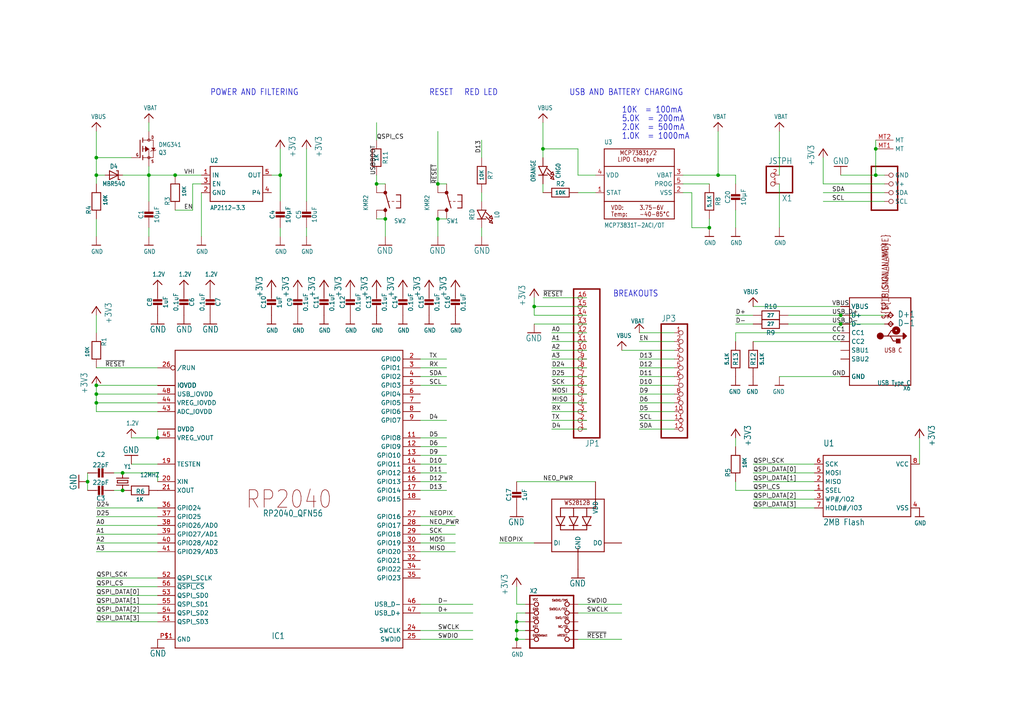
<source format=kicad_sch>
(kicad_sch (version 20230121) (generator eeschema)
  (paper "A4")
  (title_block (title "Feather RP2040") (rev "[2]"))
  (junction (at 43.18 50.8))
  (junction (at 35.56 142.24))
  (junction (at 254 50.8))
  (junction (at 27.94 111.76))
  (junction (at 205.74 66.04))
  (junction (at 25.4 139.7))
  (junction (at 50.8 50.8))
  (junction (at 154.94 88.9))
  (junction (at 254 43.18))
  (junction (at 27.94 114.3))
  (junction (at 111.76 63.5))
  (junction (at 27.94 50.8))
  (junction (at 35.56 137.16))
  (junction (at 127 63.5))
  (junction (at 81.28 50.8))
  (junction (at 149.86 185.42))
  (junction (at 208.28 50.8))
  (junction (at 243.84 91.44))
  (junction (at 149.86 180.34))
  (junction (at 45.72 127))
  (junction (at 243.84 93.98))
  (junction (at 27.94 116.84))
  (junction (at 127 53.34))
  (junction (at 157.48 43.18))
  (junction (at 109.22 53.34))
  (junction (at 149.86 182.88))
  (junction (at 27.94 45.72))
  (wire (pts (xy 45.72 137.16) (xy 45.72 139.7)) (stroke (width 0.1524)))
  (wire (pts (xy 205.74 63.5) (xy 205.74 66.04)) (stroke (width 0.1524)))
  (wire (pts (xy 149.86 175.26) (xy 149.86 170.18)) (stroke (width 0.1524)))
  (wire (pts (xy 81.28 50.8) (xy 81.28 43.18)) (stroke (width 0.1524)))
  (wire (pts (xy 27.94 114.3) (xy 27.94 111.76)) (stroke (width 0.1524)))
  (wire (pts (xy 254 50.8) (xy 254 43.18)) (stroke (width 0.1524)))
  (wire (pts (xy 27.94 175.26) (xy 45.72 175.26)) (stroke (width 0.1524)))
  (wire (pts (xy 170.18 93.98) (xy 154.94 93.98)) (stroke (width 0.1524)))
  (wire (pts (xy 88.9 66.04) (xy 88.9 68.58)) (stroke (width 0.1524)))
  (wire (pts (xy 218.44 137.16) (xy 236.22 137.16)) (stroke (width 0.1524)))
  (wire (pts (xy 243.84 91.44) (xy 228.6 91.44)) (stroke (width 0.1524)))
  (wire (pts (xy 109.22 63.5) (xy 111.76 63.5)) (stroke (width 0.1524)))
  (wire (pts (xy 170.18 96.52) (xy 160.02 96.52)) (stroke (width 0.1524)))
  (wire (pts (xy 243.84 99.06) (xy 218.44 99.06)) (stroke (width 0.1524)))
  (wire (pts (xy 236.22 139.7) (xy 218.44 139.7)) (stroke (width 0.1524)))
  (wire (pts (xy 35.56 50.8) (xy 43.18 50.8)) (stroke (width 0.1524)))
  (wire (pts (xy 243.84 96.52) (xy 213.36 96.52)) (stroke (width 0.1524)))
  (wire (pts (xy 121.92 175.26) (xy 137.16 175.26)) (stroke (width 0.1524)))
  (wire (pts (xy 58.42 55.88) (xy 58.42 68.58)) (stroke (width 0.1524)))
  (wire (pts (xy 121.92 129.54) (xy 129.54 129.54)) (stroke (width 0.1524)))
  (wire (pts (xy 27.94 172.72) (xy 45.72 172.72)) (stroke (width 0.1524)))
  (wire (pts (xy 195.58 121.92) (xy 185.42 121.92)) (stroke (width 0.1524)))
  (wire (pts (xy 81.28 66.04) (xy 81.28 68.58)) (stroke (width 0.1524)))
  (wire (pts (xy 45.72 111.76) (xy 27.94 111.76)) (stroke (width 0.1524)))
  (wire (pts (xy 254 50.8) (xy 243.84 50.8)) (stroke (width 0.1524)))
  (wire (pts (xy 121.92 154.94) (xy 132.08 154.94)) (stroke (width 0.1524)))
  (wire (pts (xy 213.36 50.8) (xy 208.28 50.8)) (stroke (width 0.1524)))
  (wire (pts (xy 149.86 177.8) (xy 149.86 180.34)) (stroke (width 0.1524)))
  (wire (pts (xy 243.84 91.44) (xy 256.54 91.44)) (stroke (width 0.1524)))
  (wire (pts (xy 185.42 111.76) (xy 195.58 111.76)) (stroke (width 0.1524)))
  (wire (pts (xy 25.4 142.24) (xy 25.4 139.7)) (stroke (width 0.1524)))
  (wire (pts (xy 149.86 180.34) (xy 152.4 180.34)) (stroke (width 0.1524)))
  (wire (pts (xy 35.56 137.16) (xy 33.02 137.16)) (stroke (width 0.1524)))
  (wire (pts (xy 121.92 157.48) (xy 132.08 157.48)) (stroke (width 0.1524)))
  (wire (pts (xy 180.34 177.8) (xy 167.64 177.8)) (stroke (width 0.1524)))
  (wire (pts (xy 81.28 58.42) (xy 81.28 50.8)) (stroke (width 0.1524)))
  (wire (pts (xy 185.42 106.68) (xy 195.58 106.68)) (stroke (width 0.1524)))
  (wire (pts (xy 27.94 154.94) (xy 45.72 154.94)) (stroke (width 0.1524)))
  (wire (pts (xy 170.18 111.76) (xy 160.02 111.76)) (stroke (width 0.1524)))
  (wire (pts (xy 137.16 182.88) (xy 121.92 182.88)) (stroke (width 0.1524)))
  (wire (pts (xy 160.02 104.14) (xy 170.18 104.14)) (stroke (width 0.1524)))
  (wire (pts (xy 213.36 139.7) (xy 213.36 142.24)) (stroke (width 0.1524)))
  (wire (pts (xy 157.48 45.72) (xy 157.48 43.18)) (stroke (width 0.1524)))
  (wire (pts (xy 33.02 142.24) (xy 35.56 142.24)) (stroke (width 0.1524)))
  (wire (pts (xy 109.22 53.34) (xy 109.22 50.8)) (stroke (width 0.1524)))
  (wire (pts (xy 121.92 132.08) (xy 129.54 132.08)) (stroke (width 0.1524)))
  (wire (pts (xy 121.92 177.8) (xy 137.16 177.8)) (stroke (width 0.1524)))
  (wire (pts (xy 152.4 185.42) (xy 149.86 185.42)) (stroke (width 0.1524)))
  (wire (pts (xy 45.72 167.64) (xy 27.94 167.64)) (stroke (width 0.1524)))
  (wire (pts (xy 238.76 53.34) (xy 238.76 45.72)) (stroke (width 0.1524)))
  (wire (pts (xy 139.7 66.04) (xy 139.7 68.58)) (stroke (width 0.1524)))
  (wire (pts (xy 149.86 180.34) (xy 149.86 182.88)) (stroke (width 0.1524)))
  (wire (pts (xy 157.48 53.34) (xy 157.48 55.88)) (stroke (width 0.1524)))
  (wire (pts (xy 238.76 58.42) (xy 256.54 58.42)) (stroke (width 0.1524)))
  (wire (pts (xy 226.06 66.04) (xy 226.06 53.34)) (stroke (width 0.1524)))
  (wire (pts (xy 170.18 101.6) (xy 160.02 101.6)) (stroke (width 0.1524)))
  (wire (pts (xy 50.8 50.8) (xy 43.18 50.8)) (stroke (width 0.1524)))
  (wire (pts (xy 27.94 147.32) (xy 45.72 147.32)) (stroke (width 0.1524)))
  (wire (pts (xy 167.64 43.18) (xy 167.64 50.8)) (stroke (width 0.1524)))
  (wire (pts (xy 256.54 55.88) (xy 238.76 55.88)) (stroke (width 0.1524)))
  (wire (pts (xy 129.54 106.68) (xy 121.92 106.68)) (stroke (width 0.1524)))
  (wire (pts (xy 152.4 175.26) (xy 149.86 175.26)) (stroke (width 0.1524)))
  (wire (pts (xy 167.64 55.88) (xy 172.72 55.88)) (stroke (width 0.1524)))
  (wire (pts (xy 45.72 116.84) (xy 27.94 116.84)) (stroke (width 0.1524)))
  (wire (pts (xy 121.92 121.92) (xy 129.54 121.92)) (stroke (width 0.1524)))
  (wire (pts (xy 121.92 109.22) (xy 129.54 109.22)) (stroke (width 0.1524)))
  (wire (pts (xy 170.18 114.3) (xy 160.02 114.3)) (stroke (width 0.1524)))
  (wire (pts (xy 45.72 114.3) (xy 27.94 114.3)) (stroke (width 0.1524)))
  (wire (pts (xy 213.36 142.24) (xy 236.22 142.24)) (stroke (width 0.1524)))
  (wire (pts (xy 45.72 124.46) (xy 45.72 127)) (stroke (width 0.1524)))
  (wire (pts (xy 167.64 175.26) (xy 180.34 175.26)) (stroke (width 0.1524)))
  (wire (pts (xy 149.86 182.88) (xy 152.4 182.88)) (stroke (width 0.1524)))
  (wire (pts (xy 213.36 96.52) (xy 213.36 99.06)) (stroke (width 0.1524)))
  (wire (pts (xy 121.92 152.4) (xy 132.08 152.4)) (stroke (width 0.1524)))
  (wire (pts (xy 198.12 53.34) (xy 205.74 53.34)) (stroke (width 0.1524)))
  (wire (pts (xy 160.02 124.46) (xy 170.18 124.46)) (stroke (width 0.1524)))
  (wire (pts (xy 154.94 157.48) (xy 144.78 157.48)) (stroke (width 0.1524)))
  (wire (pts (xy 55.88 53.34) (xy 58.42 53.34)) (stroke (width 0.1524)))
  (wire (pts (xy 218.44 147.32) (xy 236.22 147.32)) (stroke (width 0.1524)))
  (wire (pts (xy 195.58 114.3) (xy 185.42 114.3)) (stroke (width 0.1524)))
  (wire (pts (xy 213.36 93.98) (xy 218.44 93.98)) (stroke (width 0.1524)))
  (wire (pts (xy 208.28 38.1) (xy 208.28 50.8)) (stroke (width 0.1524)))
  (wire (pts (xy 27.94 50.8) (xy 27.94 45.72)) (stroke (width 0.1524)))
  (wire (pts (xy 121.92 160.02) (xy 132.08 160.02)) (stroke (width 0.1524)))
  (wire (pts (xy 236.22 134.62) (xy 218.44 134.62)) (stroke (width 0.1524)))
  (wire (pts (xy 218.44 88.9) (xy 243.84 88.9)) (stroke (width 0.1524)))
  (wire (pts (xy 243.84 93.98) (xy 256.54 93.98)) (stroke (width 0.1524)))
  (wire (pts (xy 43.18 48.26) (xy 43.18 50.8)) (stroke (width 0.1524)))
  (wire (pts (xy 121.92 142.24) (xy 129.54 142.24)) (stroke (width 0.1524)))
  (wire (pts (xy 45.72 134.62) (xy 38.1 134.62)) (stroke (width 0.1524)))
  (wire (pts (xy 27.94 45.72) (xy 27.94 38.1)) (stroke (width 0.1524)))
  (wire (pts (xy 43.18 35.56) (xy 43.18 38.1)) (stroke (width 0.1524)))
  (wire (pts (xy 195.58 119.38) (xy 185.42 119.38)) (stroke (width 0.1524)))
  (wire (pts (xy 27.94 68.58) (xy 27.94 63.5)) (stroke (width 0.1524)))
  (wire (pts (xy 27.94 180.34) (xy 45.72 180.34)) (stroke (width 0.1524)))
  (wire (pts (xy 127 68.58) (xy 127 63.5)) (stroke (width 0.1524)))
  (wire (pts (xy 139.7 45.72) (xy 139.7 40.64)) (stroke (width 0.1524)))
  (wire (pts (xy 121.92 104.14) (xy 129.54 104.14)) (stroke (width 0.1524)))
  (wire (pts (xy 121.92 149.86) (xy 132.08 149.86)) (stroke (width 0.1524)))
  (wire (pts (xy 88.9 58.42) (xy 88.9 43.18)) (stroke (width 0.1524)))
  (wire (pts (xy 25.4 139.7) (xy 25.4 137.16)) (stroke (width 0.1524)))
  (wire (pts (xy 27.94 119.38) (xy 27.94 116.84)) (stroke (width 0.1524)))
  (wire (pts (xy 139.7 55.88) (xy 139.7 58.42)) (stroke (width 0.1524)))
  (wire (pts (xy 157.48 43.18) (xy 167.64 43.18)) (stroke (width 0.1524)))
  (wire (pts (xy 27.94 177.8) (xy 45.72 177.8)) (stroke (width 0.1524)))
  (wire (pts (xy 121.92 139.7) (xy 129.54 139.7)) (stroke (width 0.1524)))
  (wire (pts (xy 195.58 109.22) (xy 185.42 109.22)) (stroke (width 0.1524)))
  (wire (pts (xy 45.72 106.68) (xy 27.94 106.68)) (stroke (width 0.1524)))
  (wire (pts (xy 254 43.18) (xy 254 40.64)) (stroke (width 0.1524)))
  (wire (pts (xy 27.94 116.84) (xy 27.94 114.3)) (stroke (width 0.1524)))
  (wire (pts (xy 27.94 91.44) (xy 27.94 96.52)) (stroke (width 0.1524)))
  (wire (pts (xy 185.42 116.84) (xy 195.58 116.84)) (stroke (width 0.1524)))
  (wire (pts (xy 127 53.34) (xy 129.54 53.34)) (stroke (width 0.1524)))
  (wire (pts (xy 226.06 109.22) (xy 243.84 109.22)) (stroke (width 0.1524)))
  (wire (pts (xy 195.58 104.14) (xy 185.42 104.14)) (stroke (width 0.1524)))
  (wire (pts (xy 256.54 53.34) (xy 238.76 53.34)) (stroke (width 0.1524)))
  (wire (pts (xy 167.64 185.42) (xy 180.34 185.42)) (stroke (width 0.1524)))
  (wire (pts (xy 27.94 53.34) (xy 27.94 50.8)) (stroke (width 0.1524)))
  (wire (pts (xy 200.66 66.04) (xy 205.74 66.04)) (stroke (width 0.1524)))
  (wire (pts (xy 198.12 55.88) (xy 200.66 55.88)) (stroke (width 0.1524)))
  (wire (pts (xy 43.18 66.04) (xy 43.18 68.58)) (stroke (width 0.1524)))
  (wire (pts (xy 160.02 121.92) (xy 170.18 121.92)) (stroke (width 0.1524)))
  (wire (pts (xy 172.72 139.7) (xy 149.86 139.7)) (stroke (width 0.1524)))
  (wire (pts (xy 170.18 91.44) (xy 154.94 91.44)) (stroke (width 0.1524)))
  (wire (pts (xy 58.42 50.8) (xy 50.8 50.8)) (stroke (width 0.1524)))
  (wire (pts (xy 213.36 53.34) (xy 213.36 50.8)) (stroke (width 0.1524)))
  (wire (pts (xy 45.72 119.38) (xy 27.94 119.38)) (stroke (width 0.1524)))
  (wire (pts (xy 109.22 40.64) (xy 109.22 35.56)) (stroke (width 0.1524)))
  (wire (pts (xy 208.28 50.8) (xy 198.12 50.8)) (stroke (width 0.1524)))
  (wire (pts (xy 213.36 127) (xy 213.36 129.54)) (stroke (width 0.1524)))
  (wire (pts (xy 121.92 185.42) (xy 137.16 185.42)) (stroke (width 0.1524)))
  (wire (pts (xy 226.06 38.1) (xy 226.06 50.8)) (stroke (width 0.1524)))
  (wire (pts (xy 121.92 111.76) (xy 129.54 111.76)) (stroke (width 0.1524)))
  (wire (pts (xy 55.88 60.96) (xy 55.88 53.34)) (stroke (width 0.1524)))
  (wire (pts (xy 154.94 86.36) (xy 154.94 88.9)) (stroke (width 0.1524)))
  (wire (pts (xy 38.1 45.72) (xy 27.94 45.72)) (stroke (width 0.1524)))
  (wire (pts (xy 30.48 50.8) (xy 27.94 50.8)) (stroke (width 0.1524)))
  (wire (pts (xy 45.72 170.18) (xy 27.94 170.18)) (stroke (width 0.1524)))
  (wire (pts (xy 167.64 50.8) (xy 172.72 50.8)) (stroke (width 0.1524)))
  (wire (pts (xy 185.42 96.52) (xy 195.58 96.52)) (stroke (width 0.1524)))
  (wire (pts (xy 45.72 152.4) (xy 27.94 152.4)) (stroke (width 0.1524)))
  (wire (pts (xy 27.94 160.02) (xy 45.72 160.02)) (stroke (width 0.1524)))
  (wire (pts (xy 228.6 93.98) (xy 243.84 93.98)) (stroke (width 0.1524)))
  (wire (pts (xy 195.58 101.6) (xy 180.34 101.6)) (stroke (width 0.1524)))
  (wire (pts (xy 78.74 50.8) (xy 81.28 50.8)) (stroke (width 0.1524)))
  (wire (pts (xy 152.4 177.8) (xy 149.86 177.8)) (stroke (width 0.1524)))
  (wire (pts (xy 256.54 50.8) (xy 254 50.8)) (stroke (width 0.1524)))
  (wire (pts (xy 154.94 88.9) (xy 170.18 88.9)) (stroke (width 0.1524)))
  (wire (pts (xy 170.18 106.68) (xy 160.02 106.68)) (stroke (width 0.1524)))
  (wire (pts (xy 170.18 86.36) (xy 157.48 86.36)) (stroke (width 0.1524)))
  (wire (pts (xy 35.56 137.16) (xy 45.72 137.16)) (stroke (width 0.1524)))
  (wire (pts (xy 213.36 60.96) (xy 213.36 66.04)) (stroke (width 0.1524)))
  (wire (pts (xy 160.02 99.06) (xy 170.18 99.06)) (stroke (width 0.1524)))
  (wire (pts (xy 185.42 124.46) (xy 195.58 124.46)) (stroke (width 0.1524)))
  (wire (pts (xy 45.72 157.48) (xy 27.94 157.48)) (stroke (width 0.1524)))
  (wire (pts (xy 185.42 99.06) (xy 195.58 99.06)) (stroke (width 0.1524)))
  (wire (pts (xy 111.76 53.34) (xy 109.22 53.34)) (stroke (width 0.1524)))
  (wire (pts (xy 200.66 55.88) (xy 200.66 66.04)) (stroke (width 0.1524)))
  (wire (pts (xy 127 38.1) (xy 127 53.34)) (stroke (width 0.1524)))
  (wire (pts (xy 160.02 116.84) (xy 170.18 116.84)) (stroke (width 0.1524)))
  (wire (pts (xy 111.76 63.5) (xy 111.76 68.58)) (stroke (width 0.1524)))
  (wire (pts (xy 121.92 127) (xy 129.54 127)) (stroke (width 0.1524)))
  (wire (pts (xy 218.44 91.44) (xy 213.36 91.44)) (stroke (width 0.1524)))
  (wire (pts (xy 45.72 149.86) (xy 27.94 149.86)) (stroke (width 0.1524)))
  (wire (pts (xy 154.94 91.44) (xy 154.94 88.9)) (stroke (width 0.1524)))
  (wire (pts (xy 266.7 127) (xy 266.7 134.62)) (stroke (width 0.1524)))
  (wire (pts (xy 129.54 63.5) (xy 127 63.5)) (stroke (width 0.1524)))
  (wire (pts (xy 149.86 185.42) (xy 149.86 182.88)) (stroke (width 0.1524)))
  (wire (pts (xy 43.18 50.8) (xy 43.18 58.42)) (stroke (width 0.1524)))
  (wire (pts (xy 160.02 109.22) (xy 170.18 109.22)) (stroke (width 0.1524)))
  (wire (pts (xy 170.18 119.38) (xy 160.02 119.38)) (stroke (width 0.1524)))
  (wire (pts (xy 121.92 137.16) (xy 129.54 137.16)) (stroke (width 0.1524)))
  (wire (pts (xy 157.48 35.56) (xy 157.48 43.18)) (stroke (width 0.1524)))
  (wire (pts (xy 50.8 60.96) (xy 55.88 60.96)) (stroke (width 0.1524)))
  (wire (pts (xy 38.1 127) (xy 45.72 127)) (stroke (width 0.1524)))
  (wire (pts (xy 236.22 144.78) (xy 218.44 144.78)) (stroke (width 0.1524)))
  (wire (pts (xy 121.92 134.62) (xy 129.54 134.62)) (stroke (width 0.1524)))
  (text "USB AND BATTERY CHARGING" (at 165.1 27.94 0) (effects (font (size 1.778 1.5113)) (justify left bottom)))
  (text "BREAKOUTS" (at 177.8 86.36 0) (effects (font (size 1.778 1.5113)) (justify left bottom)))
  (text "1.0K  = 1000mA" (at 180.34 40.64 0) (effects (font (size 1.778 1.5113)) (justify left bottom)))
  (text "5.0K  = 200mA" (at 180.34 35.56 0) (effects (font (size 1.778 1.5113)) (justify left bottom)))
  (text "RESET" (at 124.46 27.94 0) (effects (font (size 1.778 1.5113)) (justify left bottom)))
  (text "POWER AND FILTERING" (at 60.96 27.94 0) (effects (font (size 1.778 1.5113)) (justify left bottom)))
  (text "2.0K  = 500mA" (at 180.34 38.1 0) (effects (font (size 1.778 1.5113)) (justify left bottom)))
  (text "10K  = 100mA" (at 180.34 33.02 0) (effects (font (size 1.778 1.5113)) (justify left bottom)))
  (text "RED LED" (at 134.62 27.94 0) (effects (font (size 1.778 1.5113)) (justify left bottom)))
  (label "A3" (at 27.94 160.02 0) (effects (font (size 1.2446 1.2446))))
  (label "D5" (at 185.42 119.38 0) (effects (font (size 1.2446 1.2446))))
  (label "D6" (at 124.46 129.54 0) (effects (font (size 1.2446 1.2446))))
  (label "D24" (at 27.94 147.32 0) (effects (font (size 1.2446 1.2446))))
  (label "CC1" (at 241.3 96.52 0) (effects (font (size 1.2446 1.2446))))
  (label "QSPI_CS" (at 218.44 142.24 0) (effects (font (size 1.2446 1.2446))))
  (label "D10" (at 124.46 134.62 0) (effects (font (size 1.2446 1.2446))))
  (label "USB_D-" (at 241.3 93.98 0) (effects (font (size 1.2446 1.2446))))
  (label "SCK" (at 124.46 154.94 0) (effects (font (size 1.2446 1.2446))))
  (label "A1" (at 160.02 99.06 0) (effects (font (size 1.2446 1.2446))))
  (label "QSPI_SCK" (at 218.44 134.62 0) (effects (font (size 1.2446 1.2446))))
  (label "MISO" (at 124.46 160.02 0) (effects (font (size 1.2446 1.2446))))
  (label "SWDIO" (at 170.18 175.26 0) (effects (font (size 1.2446 1.2446))))
  (label "SDA" (at 185.42 124.46 0) (effects (font (size 1.2446 1.2446))))
  (label "D11" (at 124.46 137.16 0) (effects (font (size 1.2446 1.2446))))
  (label "MOSI" (at 124.46 157.48 0) (effects (font (size 1.2446 1.2446))))
  (label "MISO" (at 160.02 116.84 0) (effects (font (size 1.2446 1.2446))))
  (label "D-" (at 213.36 93.98 0) (effects (font (size 1.2446 1.2446))))
  (label "VBUS" (at 241.3 88.9 0) (effects (font (size 1.2446 1.2446))))
  (label "SDA" (at 241.3 55.88 0) (effects (font (size 1.2446 1.2446))))
  (label "A2" (at 160.02 101.6 0) (effects (font (size 1.2446 1.2446))))
  (label "QSPI_DATA[1]" (at 218.44 139.7 0) (effects (font (size 1.2446 1.2446))))
  (label "QSPI_DATA[3]" (at 27.94 180.34 0) (effects (font (size 1.2446 1.2446))))
  (label "A0" (at 160.02 96.52 0) (effects (font (size 1.2446 1.2446))))
  (label "~{RESET}" (at 30.48 106.68 0) (effects (font (size 1.2446 1.2446))))
  (label "D9" (at 124.46 132.08 0) (effects (font (size 1.2446 1.2446))))
  (label "A1" (at 27.94 154.94 0) (effects (font (size 1.2446 1.2446))))
  (label "QSPI_CS" (at 27.94 170.18 0) (effects (font (size 1.2446 1.2446))))
  (label "NEO_PWR" (at 124.46 152.4 0) (effects (font (size 1.2446 1.2446))))
  (label "SWDIO" (at 127 185.42 0) (effects (font (size 1.2446 1.2446))))
  (label "A3" (at 160.02 104.14 0) (effects (font (size 1.2446 1.2446))))
  (label "D24" (at 160.02 106.68 0) (effects (font (size 1.2446 1.2446))))
  (label "EN" (at 53.34 60.96 0) (effects (font (size 1.2446 1.2446))))
  (label "SCL" (at 124.46 111.76 0) (effects (font (size 1.2446 1.2446))))
  (label "SCK" (at 160.02 111.76 0) (effects (font (size 1.2446 1.2446))))
  (label "CC2" (at 241.3 99.06 0) (effects (font (size 1.2446 1.2446))))
  (label "GND" (at 241.3 109.22 0) (effects (font (size 1.2446 1.2446))))
  (label "RX" (at 124.46 106.68 0) (effects (font (size 1.2446 1.2446))))
  (label "QSPI_DATA[1]" (at 27.94 175.26 0) (effects (font (size 1.2446 1.2446))))
  (label "~{RESET}" (at 170.18 185.42 0) (effects (font (size 1.2446 1.2446))))
  (label "D4" (at 124.46 121.92 0) (effects (font (size 1.2446 1.2446))))
  (label "SDA" (at 124.46 109.22 0) (effects (font (size 1.2446 1.2446))))
  (label "D10" (at 185.42 111.76 0) (effects (font (size 1.2446 1.2446))))
  (label "A2" (at 27.94 157.48 0) (effects (font (size 1.2446 1.2446))))
  (label "D-" (at 127 175.26 0) (effects (font (size 1.2446 1.2446))))
  (label "D13" (at 185.42 104.14 0) (effects (font (size 1.2446 1.2446))))
  (label "MOSI" (at 160.02 114.3 0) (effects (font (size 1.2446 1.2446))))
  (label "QSPI_DATA[2]" (at 27.94 177.8 0) (effects (font (size 1.2446 1.2446))))
  (label "D4" (at 160.02 124.46 0) (effects (font (size 1.2446 1.2446))))
  (label "D13" (at 139.7 40.64 270) (effects (font (size 1.2446 1.2446))))
  (label "D+" (at 127 177.8 0) (effects (font (size 1.2446 1.2446))))
  (label "D9" (at 185.42 114.3 0) (effects (font (size 1.2446 1.2446))))
  (label "SWCLK" (at 170.18 177.8 0) (effects (font (size 1.2446 1.2446))))
  (label "VHI" (at 53.34 50.8 0) (effects (font (size 1.2446 1.2446))))
  (label "D13" (at 124.46 142.24 0) (effects (font (size 1.2446 1.2446))))
  (label "QSPI_SCK" (at 27.94 167.64 0) (effects (font (size 1.2446 1.2446))))
  (label "EN" (at 185.42 99.06 0) (effects (font (size 1.2446 1.2446))))
  (label "TX" (at 160.02 121.92 0) (effects (font (size 1.2446 1.2446))))
  (label "RX" (at 160.02 119.38 0) (effects (font (size 1.2446 1.2446))))
  (label "~{RESET}" (at 157.48 86.36 0) (effects (font (size 1.2446 1.2446))))
  (label "SCL" (at 185.42 121.92 0) (effects (font (size 1.2446 1.2446))))
  (label "~{RESET}" (at 127 53.34 90) (effects (font (size 1.2446 1.2446))))
  (label "SCL" (at 241.3 58.42 0) (effects (font (size 1.2446 1.2446))))
  (label "D12" (at 124.46 139.7 0) (effects (font (size 1.2446 1.2446))))
  (label "QSPI_DATA[0]" (at 27.94 172.72 0) (effects (font (size 1.2446 1.2446))))
  (label "NEO_PWR" (at 157.48 139.7 0) (effects (font (size 1.2446 1.2446))))
  (label "D5" (at 124.46 127 0) (effects (font (size 1.2446 1.2446))))
  (label "QSPI_DATA[2]" (at 218.44 144.78 0) (effects (font (size 1.2446 1.2446))))
  (label "SWCLK" (at 127 182.88 0) (effects (font (size 1.2446 1.2446))))
  (label "QSPI_DATA[3]" (at 218.44 147.32 0) (effects (font (size 1.2446 1.2446))))
  (label "NEOPIX" (at 124.46 149.86 0) (effects (font (size 1.2446 1.2446))))
  (label "TX" (at 124.46 104.14 0) (effects (font (size 1.2446 1.2446))))
  (label "D25" (at 160.02 109.22 0) (effects (font (size 1.2446 1.2446))))
  (label "NEOPIX" (at 144.78 157.48 0) (effects (font (size 1.2446 1.2446))))
  (label "QSPI_CS" (at 109.22 40.64 0) (effects (font (size 1.2446 1.2446))))
  (label "D25" (at 27.94 149.86 0) (effects (font (size 1.2446 1.2446))))
  (label "QSPI_DATA[0]" (at 218.44 137.16 0) (effects (font (size 1.2446 1.2446))))
  (label "A0" (at 27.94 152.4 0) (effects (font (size 1.2446 1.2446))))
  (label "D+" (at 213.36 91.44 0) (effects (font (size 1.2446 1.2446))))
  (label "D11" (at 185.42 109.22 0) (effects (font (size 1.2446 1.2446))))
  (label "USBBOOT" (at 109.22 50.8 90) (effects (font (size 1.2446 1.2446))))
  (label "D6" (at 185.42 116.84 0) (effects (font (size 1.2446 1.2446))))
  (label "USB_D+" (at 241.3 91.44 0) (effects (font (size 1.2446 1.2446))))
  (label "D12" (at 185.42 106.68 0) (effects (font (size 1.2446 1.2446))))
  (symbol (lib_id "Adafruit Feather RP2040 rev B-eagle-import:RESISTOR_0603_NOOUT") (at 213.36 104.14 270) (mirror x) (unit 1)
    (property "Reference" "R13" (at 213.36 104.14 0))
    (property "Value" "5.1K" (at 210.82 104.14 0) (effects (font (size 1.016 1.016) bold)))
    (property "Footprint" "Adafruit Feather RP2040 rev B:0603-NO" (effects hide))
  )
  (symbol (lib_id "Adafruit Feather RP2040 rev B-eagle-import:GND") (at 213.36 68.58 0) (unit 1)
    (property "Reference" "#U$33" (effects hide))
    (property "Value" "GND" (at 211.836 71.12 0) (effects (font (size 1.27 1.0795)) (justify left bottom)))
  )
  (symbol (lib_id "Adafruit Feather RP2040 rev B-eagle-import:supply1_GND") (at 243.84 48.26 180) (unit 1)
    (property "Reference" "#GND3" (effects hide))
    (property "Value" "GND" (at 246.38 45.72 0) (effects (font (size 1.778 1.5113)) (justify left bottom)))
  )
  (symbol (lib_id "Adafruit Feather RP2040 rev B-eagle-import:+3V3") (at 154.94 83.82 0) (unit 1)
    (property "Reference" "#+3V1" (effects hide))
    (property "Value" "+3V3" (at 152.4 88.9 90) (effects (font (size 1.778 1.5113)) (justify left bottom)))
  )
  (symbol (lib_id "Adafruit Feather RP2040 rev B-eagle-import:supply1_GND") (at 53.34 93.98 0) (mirror y) (unit 1)
    (property "Reference" "#GND5" (effects hide))
    (property "Value" "GND" (at 55.88 96.52 0) (effects (font (size 1.778 1.5113)) (justify left bottom)))
  )
  (symbol (lib_id "Adafruit Feather RP2040 rev B-eagle-import:supply1_GND") (at 22.86 139.7 270) (mirror x) (unit 1)
    (property "Reference" "#GND9" (effects hide))
    (property "Value" "GND" (at 20.32 142.24 0) (effects (font (size 1.778 1.5113)) (justify left bottom)))
  )
  (symbol (lib_id "Adafruit Feather RP2040 rev B-eagle-import:TPB1,27") (at 259.08 91.44 270) (mirror x) (unit 1)
    (property "Reference" "D+1" (at 260.35 90.17 90) (effects (font (size 1.778 1.5113)) (justify left bottom)))
    (property "Value" "TPB1,27" (effects hide))
    (property "Footprint" "Adafruit Feather RP2040 rev B:B1,27" (effects hide))
  )
  (symbol (lib_id "Adafruit Feather RP2040 rev B-eagle-import:supply1_GND") (at 45.72 93.98 0) (mirror y) (unit 1)
    (property "Reference" "#GND8" (effects hide))
    (property "Value" "GND" (at 48.26 96.52 0) (effects (font (size 1.778 1.5113)) (justify left bottom)))
  )
  (symbol (lib_id "Adafruit Feather RP2040 rev B-eagle-import:JTAG-CORTEXBOXPOSTS") (at 160.02 180.34 0) (unit 1)
    (property "Reference" "X2" (at 153.67 172.085 0) (effects (font (size 1.27 1.0795)) (justify left bottom)))
    (property "Value" "JTAG-CORTEXBOXPOSTS" (effects hide))
    (property "Footprint" "Adafruit Feather RP2040 rev B:2X05_1.27MM_BOX_POSTS" (effects hide))
  )
  (symbol (lib_id "Adafruit Feather RP2040 rev B-eagle-import:GND") (at 149.86 187.96 0) (unit 1)
    (property "Reference" "#U$3" (effects hide))
    (property "Value" "GND" (at 148.336 190.5 0) (effects (font (size 1.27 1.0795)) (justify left bottom)))
  )
  (symbol (lib_id "Adafruit Feather RP2040 rev B-eagle-import:CAP_CERAMIC0603_NO") (at 109.22 88.9 0) (unit 1)
    (property "Reference" "C13" (at 106.93 87.65 90))
    (property "Value" "0.1uF" (at 111.52 87.65 90))
    (property "Footprint" "Adafruit Feather RP2040 rev B:0603-NO" (effects hide))
  )
  (symbol (lib_id "Adafruit Feather RP2040 rev B-eagle-import:MCP73831/2") (at 185.42 53.34 0) (unit 1)
    (property "Reference" "U3" (at 175.26 41.91 0) (effects (font (size 1.27 1.0795)) (justify left bottom)))
    (property "Value" "MCP73831T-2ACI/OT" (at 175.26 66.04 0) (effects (font (size 1.27 1.0795)) (justify left bottom)))
    (property "Footprint" "Adafruit Feather RP2040 rev B:SOT23-5" (effects hide))
  )
  (symbol (lib_id "Adafruit Feather RP2040 rev B-eagle-import:CAP_CERAMIC0805-NOOUTLINE") (at 88.9 63.5 0) (unit 1)
    (property "Reference" "C5" (at 86.61 62.25 90))
    (property "Value" "10uF" (at 91.2 62.25 90))
    (property "Footprint" "Adafruit Feather RP2040 rev B:0805-NO" (effects hide))
  )
  (symbol (lib_id "Adafruit Feather RP2040 rev B-eagle-import:CAP_CERAMIC0603_NO") (at 30.48 137.16 90) (unit 1)
    (property "Reference" "C2" (at 29.23 131.83 90))
    (property "Value" "22pF" (at 29.23 134.86 90))
    (property "Footprint" "Adafruit Feather RP2040 rev B:0603-NO" (effects hide))
  )
  (symbol (lib_id "Adafruit Feather RP2040 rev B-eagle-import:GND") (at 93.98 93.98 0) (unit 1)
    (property "Reference" "#U$18" (effects hide))
    (property "Value" "GND" (at 92.456 96.52 0) (effects (font (size 1.27 1.0795)) (justify left bottom)))
  )
  (symbol (lib_id "Adafruit Feather RP2040 rev B-eagle-import:CAP_CERAMIC0603_NO") (at 93.98 88.9 0) (unit 1)
    (property "Reference" "C11" (at 91.69 87.65 90))
    (property "Value" "0.1uF" (at 96.28 87.65 90))
    (property "Footprint" "Adafruit Feather RP2040 rev B:0603-NO" (effects hide))
  )
  (symbol (lib_id "Adafruit Feather RP2040 rev B-eagle-import:CAP_CERAMIC0603_NO") (at 132.08 88.9 0) (unit 1)
    (property "Reference" "C16" (at 129.79 87.65 90))
    (property "Value" "0.1uF" (at 134.38 87.65 90))
    (property "Footprint" "Adafruit Feather RP2040 rev B:0603-NO" (effects hide))
  )
  (symbol (lib_id "Adafruit Feather RP2040 rev B-eagle-import:1.2V") (at 60.96 81.28 0) (unit 1)
    (property "Reference" "#U$7" (effects hide))
    (property "Value" "1.2V" (at 59.436 80.264 0) (effects (font (size 1.27 1.0795)) (justify left bottom)))
  )
  (symbol (lib_id "Adafruit Feather RP2040 rev B-eagle-import:STEMMA_I2C_QT") (at 254 43.18 0) (unit 2)
    (property "Reference" "CONN1" (effects hide))
    (property "Value" "STEMMA_I2C_QT" (effects hide))
    (property "Footprint" "Adafruit Feather RP2040 rev B:JST_SH4" (effects hide))
  )
  (symbol (lib_id "Adafruit Feather RP2040 rev B-eagle-import:1.2V") (at 38.1 124.46 0) (unit 1)
    (property "Reference" "#U$4" (effects hide))
    (property "Value" "1.2V" (at 36.576 123.444 0) (effects (font (size 1.27 1.0795)) (justify left bottom)))
  )
  (symbol (lib_id "Adafruit Feather RP2040 rev B-eagle-import:CRYSTAL2.5X2.0") (at 35.56 139.7 90) (unit 1)
    (property "Reference" "Y1" (at 38.1 134.62 90) (effects (font (size 1.27 1.0795)) (justify left bottom)))
    (property "Value" "12MHZ" (at 40.64 138.43 90) (effects (font (size 1.27 1.0795)) (justify right top)))
    (property "Footprint" "Adafruit Feather RP2040 rev B:CRYSTAL_2.5X2" (effects hide))
  )
  (symbol (lib_id "Adafruit Feather RP2040 rev B-eagle-import:supply1_GND") (at 111.76 71.12 0) (unit 1)
    (property "Reference" "#GND11" (effects hide))
    (property "Value" "GND" (at 109.22 73.66 0) (effects (font (size 1.778 1.5113)) (justify left bottom)))
  )
  (symbol (lib_id "Adafruit Feather RP2040 rev B-eagle-import:1.2V") (at 53.34 81.28 0) (unit 1)
    (property "Reference" "#U$5" (effects hide))
    (property "Value" "1.2V" (at 51.816 80.264 0) (effects (font (size 1.27 1.0795)) (justify left bottom)))
  )
  (symbol (lib_id "Adafruit Feather RP2040 rev B-eagle-import:CAP_CERAMIC0603_NO") (at 78.74 88.9 0) (unit 1)
    (property "Reference" "C10" (at 76.45 87.65 90))
    (property "Value" "1uF" (at 81.04 87.65 90))
    (property "Footprint" "Adafruit Feather RP2040 rev B:0603-NO" (effects hide))
  )
  (symbol (lib_id "Adafruit Feather RP2040 rev B-eagle-import:GND") (at 88.9 71.12 0) (unit 1)
    (property "Reference" "#U$11" (effects hide))
    (property "Value" "GND" (at 87.376 73.66 0) (effects (font (size 1.27 1.0795)) (justify left bottom)))
  )
  (symbol (lib_id "Adafruit Feather RP2040 rev B-eagle-import:+3V3") (at 124.46 81.28 0) (unit 1)
    (property "Reference" "#+3V16" (effects hide))
    (property "Value" "+3V3" (at 121.92 86.36 90) (effects (font (size 1.778 1.5113)) (justify left bottom)))
  )
  (symbol (lib_id "Adafruit Feather RP2040 rev B-eagle-import:VBAT") (at 208.28 35.56 0) (unit 1)
    (property "Reference" "#U$39" (effects hide))
    (property "Value" "VBAT" (at 206.756 34.544 0) (effects (font (size 1.27 1.0795)) (justify left bottom)))
  )
  (symbol (lib_id "Adafruit Feather RP2040 rev B-eagle-import:+3V3") (at 27.94 88.9 0) (mirror y) (unit 1)
    (property "Reference" "#+3V3" (effects hide))
    (property "Value" "+3V3" (at 30.48 93.98 90) (effects (font (size 1.778 1.5113)) (justify left bottom)))
  )
  (symbol (lib_id "Adafruit Feather RP2040 rev B-eagle-import:supply1_GND") (at 127 71.12 0) (unit 1)
    (property "Reference" "#GND7" (effects hide))
    (property "Value" "GND" (at 124.46 73.66 0) (effects (font (size 1.778 1.5113)) (justify left bottom)))
  )
  (symbol (lib_id "Adafruit Feather RP2040 rev B-eagle-import:SPIFLASH_8PIN208MIL") (at 251.46 142.24 0) (unit 1)
    (property "Reference" "U1" (at 238.76 129.54 0) (effects (font (size 1.778 1.5113)) (justify left bottom)))
    (property "Value" "2MB Flash" (at 238.76 152.4 0) (effects (font (size 1.778 1.5113)) (justify left bottom)))
    (property "Footprint" "Adafruit Feather RP2040 rev B:SOIC8_208MIL" (effects hide))
  )
  (symbol (lib_id "Adafruit Feather RP2040 rev B-eagle-import:SWITCH_TACT_SMT4.6X2.8") (at 111.76 58.42 270) (unit 1)
    (property "Reference" "SW2" (at 114.3 64.77 90) (effects (font (size 1.27 1.0795)) (justify left bottom)))
    (property "Value" "KMR2" (at 105.41 56.515 0) (effects (font (size 1.27 1.0795)) (justify left bottom)))
    (property "Footprint" "Adafruit Feather RP2040 rev B:BTN_KMR2_4.6X2.8" (effects hide))
  )
  (symbol (lib_id "Adafruit Feather RP2040 rev B-eagle-import:LED0603_NOOUTLINE") (at 157.48 50.8 270) (unit 1)
    (property "Reference" "CHG0" (at 161.925 49.53 0) (effects (font (size 1.27 1.0795))))
    (property "Value" "ORANGE" (at 154.686 49.53 0) (effects (font (size 1.27 1.0795))))
    (property "Footprint" "Adafruit Feather RP2040 rev B:CHIPLED_0603_NOOUTLINE" (effects hide))
  )
  (symbol (lib_id "Adafruit Feather RP2040 rev B-eagle-import:+3V3") (at 101.6 81.28 0) (unit 1)
    (property "Reference" "#+3V13" (effects hide))
    (property "Value" "+3V3" (at 99.06 86.36 90) (effects (font (size 1.778 1.5113)) (justify left bottom)))
  )
  (symbol (lib_id "Adafruit Feather RP2040 rev B-eagle-import:GND") (at 226.06 68.58 0) (unit 1)
    (property "Reference" "#U$22" (effects hide))
    (property "Value" "GND" (at 224.536 71.12 0) (effects (font (size 1.27 1.0795)) (justify left bottom)))
  )
  (symbol (lib_id "Adafruit Feather RP2040 rev B-eagle-import:STEMMA_I2C_QT") (at 254 40.64 0) (unit 3)
    (property "Reference" "CONN1" (effects hide))
    (property "Value" "STEMMA_I2C_QT" (effects hide))
    (property "Footprint" "Adafruit Feather RP2040 rev B:JST_SH4" (effects hide))
  )
  (symbol (lib_id "Adafruit Feather RP2040 rev B-eagle-import:GND") (at 27.94 71.12 0) (unit 1)
    (property "Reference" "#U$25" (effects hide))
    (property "Value" "GND" (at 26.416 73.66 0) (effects (font (size 1.27 1.0795)) (justify left bottom)))
  )
  (symbol (lib_id "Adafruit Feather RP2040 rev B-eagle-import:+3V3") (at 27.94 109.22 0) (unit 1)
    (property "Reference" "#+3V6" (effects hide))
    (property "Value" "+3V3" (at 25.4 114.3 90) (effects (font (size 1.778 1.5113)) (justify left bottom)))
  )
  (symbol (lib_id "Adafruit Feather RP2040 rev B-eagle-import:RESISTOR_0603_NOOUT") (at 109.22 45.72 270) (unit 1)
    (property "Reference" "R11" (at 111.76 45.72 0))
    (property "Value" "1K" (at 109.22 45.72 0) (effects (font (size 1.016 1.016) bold)))
    (property "Footprint" "Adafruit Feather RP2040 rev B:0603-NO" (effects hide))
  )
  (symbol (lib_id "Adafruit Feather RP2040 rev B-eagle-import:supply1_GND") (at 167.64 167.64 0) (unit 1)
    (property "Reference" "#GND15" (effects hide))
    (property "Value" "GND" (at 165.1 170.18 0) (effects (font (size 1.778 1.5113)) (justify left bottom)))
  )
  (symbol (lib_id "Adafruit Feather RP2040 rev B-eagle-import:GND") (at 213.36 111.76 0) (mirror y) (unit 1)
    (property "Reference" "#U$24" (effects hide))
    (property "Value" "GND" (at 214.884 114.3 0) (effects (font (size 1.27 1.0795)) (justify left bottom)))
  )
  (symbol (lib_id "Adafruit Feather RP2040 rev B-eagle-import:+3V3") (at 86.36 81.28 0) (unit 1)
    (property "Reference" "#+3V11" (effects hide))
    (property "Value" "+3V3" (at 83.82 86.36 90) (effects (font (size 1.778 1.5113)) (justify left bottom)))
  )
  (symbol (lib_id "Adafruit Feather RP2040 rev B-eagle-import:CAP_CERAMIC0603_NO") (at 60.96 86.36 180) (unit 1)
    (property "Reference" "C7" (at 63.25 87.61 90))
    (property "Value" "0.1uF" (at 58.66 87.61 90))
    (property "Footprint" "Adafruit Feather RP2040 rev B:0603-NO" (effects hide))
  )
  (symbol (lib_id "Adafruit Feather RP2040 rev B-eagle-import:RESISTOR_0603_NOOUT") (at 213.36 134.62 90) (unit 1)
    (property "Reference" "R5" (at 211.8614 138.43 0) (effects (justify left bottom)))
    (property "Value" "10K" (at 216.662 135.89 0) (effects (font (size 1.016 1.016) bold) (justify left bottom)))
    (property "Footprint" "Adafruit Feather RP2040 rev B:0603-NO" (effects hide))
  )
  (symbol (lib_id "Adafruit Feather RP2040 rev B-eagle-import:MOSFET-P") (at 43.18 43.18 0) (mirror x) (unit 1)
    (property "Reference" "Q3" (at 45.974 43.561 0) (effects (font (size 1.27 1.0795)) (justify left bottom)))
    (property "Value" "DMG341" (at 45.974 41.275 0) (effects (font (size 1.27 1.0795)) (justify left bottom)))
    (property "Footprint" "Adafruit Feather RP2040 rev B:SOT23-R" (effects hide))
  )
  (symbol (lib_id "Adafruit Feather RP2040 rev B-eagle-import:CAP_CERAMIC0603_NO") (at 116.84 88.9 0) (unit 1)
    (property "Reference" "C14" (at 114.55 87.65 90))
    (property "Value" "0.1uF" (at 119.14 87.65 90))
    (property "Footprint" "Adafruit Feather RP2040 rev B:0603-NO" (effects hide))
  )
  (symbol (lib_id "Adafruit Feather RP2040 rev B-eagle-import:USB_C") (at 254 99.06 0) (mirror y) (unit 1)
    (property "Reference" "X6" (at 264.16 113.284 0) (effects (font (size 1.27 1.0795)) (justify left bottom)))
    (property "Value" "USB Type C" (at 264.16 111.76 0) (effects (font (size 1.27 1.0795)) (justify left bottom)))
    (property "Footprint" "Adafruit Feather RP2040 rev B:USB_C_CUSB31-CFM2AX-01-X" (effects hide))
  )
  (symbol (lib_id "Adafruit Feather RP2040 rev B-eagle-import:RESISTOR_0603_NOOUT") (at 223.52 91.44 0) (mirror y) (unit 1)
    (property "Reference" "R10" (at 223.52 88.9 0))
    (property "Value" "27" (at 223.52 91.44 0) (effects (font (size 1.016 1.016) bold)))
    (property "Footprint" "Adafruit Feather RP2040 rev B:0603-NO" (effects hide))
  )
  (symbol (lib_id "Adafruit Feather RP2040 rev B-eagle-import:STEMMA_I2C_QT") (at 256.54 55.88 0) (unit 1)
    (property "Reference" "CONN1" (effects hide))
    (property "Value" "STEMMA_I2C_QT" (effects hide))
    (property "Footprint" "Adafruit Feather RP2040 rev B:JST_SH4" (effects hide))
  )
  (symbol (lib_id "Adafruit Feather RP2040 rev B-eagle-import:VBUS") (at 27.94 35.56 0) (unit 1)
    (property "Reference" "#U$15" (effects hide))
    (property "Value" "VBUS" (at 26.416 34.544 0) (effects (font (size 1.27 1.0795)) (justify left bottom)))
  )
  (symbol (lib_id "Adafruit Feather RP2040 rev B-eagle-import:GND") (at 58.42 71.12 0) (unit 1)
    (property "Reference" "#U$30" (effects hide))
    (property "Value" "GND" (at 56.896 73.66 0) (effects (font (size 1.27 1.0795)) (justify left bottom)))
  )
  (symbol (lib_id "Adafruit Feather RP2040 rev B-eagle-import:GND") (at 226.06 111.76 0) (mirror y) (unit 1)
    (property "Reference" "#U$41" (effects hide))
    (property "Value" "GND" (at 227.584 114.3 0) (effects (font (size 1.27 1.0795)) (justify left bottom)))
  )
  (symbol (lib_id "Adafruit Feather RP2040 rev B-eagle-import:WS2812B3535") (at 167.64 154.94 0) (unit 1)
    (property "Reference" "LED1" (effects hide))
    (property "Value" "WS2812B3535" (effects hide))
    (property "Footprint" "Adafruit Feather RP2040 rev B:LED3535" (effects hide))
  )
  (symbol (lib_id "Adafruit Feather RP2040 rev B-eagle-import:+3V3") (at 132.08 81.28 0) (unit 1)
    (property "Reference" "#+3V17" (effects hide))
    (property "Value" "+3V3" (at 129.54 86.36 90) (effects (font (size 1.778 1.5113)) (justify left bottom)))
  )
  (symbol (lib_id "Adafruit Feather RP2040 rev B-eagle-import:supply1_GND") (at 38.1 132.08 0) (mirror x) (unit 1)
    (property "Reference" "#GND1" (effects hide))
    (property "Value" "GND" (at 35.56 129.54 0) (effects (font (size 1.778 1.5113)) (justify left bottom)))
  )
  (symbol (lib_id "Adafruit Feather RP2040 rev B-eagle-import:TPB1,27") (at 259.08 93.98 270) (mirror x) (unit 1)
    (property "Reference" "D-1" (at 260.35 92.71 90) (effects (font (size 1.778 1.5113)) (justify left bottom)))
    (property "Value" "TPB1,27" (effects hide))
    (property "Footprint" "Adafruit Feather RP2040 rev B:B1,27" (effects hide))
  )
  (symbol (lib_id "Adafruit Feather RP2040 rev B-eagle-import:+3V3") (at 266.7 124.46 0) (mirror y) (unit 1)
    (property "Reference" "#+3V5" (effects hide))
    (property "Value" "+3V3" (at 269.24 129.54 90) (effects (font (size 1.778 1.5113)) (justify left bottom)))
  )
  (symbol (lib_id "Adafruit Feather RP2040 rev B-eagle-import:supply1_GND") (at 154.94 96.52 0) (unit 1)
    (property "Reference" "#GND4" (effects hide))
    (property "Value" "GND" (at 152.4 99.06 0) (effects (font (size 1.778 1.5113)) (justify left bottom)))
  )
  (symbol (lib_id "Adafruit Feather RP2040 rev B-eagle-import:VREG_SOT23-5") (at 68.58 53.34 0) (unit 1)
    (property "Reference" "U2" (at 60.96 47.244 0) (effects (font (size 1.27 1.0795)) (justify left bottom)))
    (property "Value" "AP2112-3.3" (at 60.96 60.96 0) (effects (font (size 1.27 1.0795)) (justify left bottom)))
    (property "Footprint" "Adafruit Feather RP2040 rev B:SOT23-5@1" (effects hide))
  )
  (symbol (lib_id "Adafruit Feather RP2040 rev B-eagle-import:RESISTOR_0603_NOOUT") (at 218.44 104.14 270) (mirror x) (unit 1)
    (property "Reference" "R12" (at 218.44 104.14 0))
    (property "Value" "5.1K" (at 220.98 104.14 0) (effects (font (size 1.016 1.016) bold)))
    (property "Footprint" "Adafruit Feather RP2040 rev B:0603-NO" (effects hide))
  )
  (symbol (lib_id "Adafruit Feather RP2040 rev B-eagle-import:RESISTOR_0603_NOOUT") (at 50.8 55.88 90) (unit 1)
    (property "Reference" "R3" (at 49.3014 59.69 0) (effects (justify left bottom)))
    (property "Value" "10K" (at 54.102 57.15 0) (effects (font (size 1.016 1.016) bold) (justify left bottom)))
    (property "Footprint" "Adafruit Feather RP2040 rev B:0603-NO" (effects hide))
  )
  (symbol (lib_id "Adafruit Feather RP2040 rev B-eagle-import:VBAT") (at 43.18 33.02 0) (unit 1)
    (property "Reference" "#U$17" (effects hide))
    (property "Value" "VBAT" (at 41.656 32.004 0) (effects (font (size 1.27 1.0795)) (justify left bottom)))
  )
  (symbol (lib_id "Adafruit Feather RP2040 rev B-eagle-import:supply1_GND") (at 45.72 187.96 0) (mirror y) (unit 1)
    (property "Reference" "#GND2" (effects hide))
    (property "Value" "GND" (at 48.26 190.5 0) (effects (font (size 1.778 1.5113)) (justify left bottom)))
  )
  (symbol (lib_id "Adafruit Feather RP2040 rev B-eagle-import:VBAT") (at 226.06 35.56 0) (unit 1)
    (property "Reference" "#U$16" (effects hide))
    (property "Value" "VBAT" (at 224.536 34.544 0) (effects (font (size 1.27 1.0795)) (justify left bottom)))
  )
  (symbol (lib_id "Adafruit Feather RP2040 rev B-eagle-import:CAP_CERAMIC0603_NO") (at 30.48 142.24 90) (unit 1)
    (property "Reference" "C3" (at 29.23 144.53 90))
    (property "Value" "22pF" (at 29.23 139.94 90))
    (property "Footprint" "Adafruit Feather RP2040 rev B:0603-NO" (effects hide))
  )
  (symbol (lib_id "Adafruit Feather RP2040 rev B-eagle-import:GND") (at 132.08 93.98 0) (unit 1)
    (property "Reference" "#U$42" (effects hide))
    (property "Value" "GND" (at 130.556 96.52 0) (effects (font (size 1.27 1.0795)) (justify left bottom)))
  )
  (symbol (lib_id "Adafruit Feather RP2040 rev B-eagle-import:+3V3") (at 213.36 124.46 0) (mirror y) (unit 1)
    (property "Reference" "#+3V8" (effects hide))
    (property "Value" "+3V3" (at 215.9 129.54 90) (effects (font (size 1.778 1.5113)) (justify left bottom)))
  )
  (symbol (lib_id "Adafruit Feather RP2040 rev B-eagle-import:VBAT") (at 185.42 93.98 0) (unit 1)
    (property "Reference" "#U$20" (effects hide))
    (property "Value" "VBAT" (at 186.944 92.456 0) (effects (font (size 1.27 1.0795)) (justify right top)))
  )
  (symbol (lib_id "Adafruit Feather RP2040 rev B-eagle-import:+3V3") (at 149.86 167.64 0) (unit 1)
    (property "Reference" "#+3V9" (effects hide))
    (property "Value" "+3V3" (at 147.32 172.72 90) (effects (font (size 1.778 1.5113)) (justify left bottom)))
  )
  (symbol (lib_id "Adafruit Feather RP2040 rev B-eagle-import:CAP_CERAMIC0603_NO") (at 86.36 88.9 0) (unit 1)
    (property "Reference" "C9" (at 84.07 87.65 90))
    (property "Value" "0.1uF" (at 88.66 87.65 90))
    (property "Footprint" "Adafruit Feather RP2040 rev B:0603-NO" (effects hide))
  )
  (symbol (lib_id "Adafruit Feather RP2040 rev B-eagle-import:GND") (at 78.74 93.98 0) (unit 1)
    (property "Reference" "#U$10" (effects hide))
    (property "Value" "GND" (at 77.216 96.52 0) (effects (font (size 1.27 1.0795)) (justify left bottom)))
  )
  (symbol (lib_id "Adafruit Feather RP2040 rev B-eagle-import:CAP_CERAMIC0603_NO") (at 149.86 144.78 0) (unit 1)
    (property "Reference" "C17" (at 147.57 143.53 90))
    (property "Value" "1uF" (at 152.16 143.53 90))
    (property "Footprint" "Adafruit Feather RP2040 rev B:0603-NO" (effects hide))
  )
  (symbol (lib_id "Adafruit Feather RP2040 rev B-eagle-import:GND") (at 266.7 149.86 0) (unit 1)
    (property "Reference" "#U$26" (effects hide))
    (property "Value" "GND" (at 265.176 152.4 0) (effects (font (size 1.27 1.0795)) (justify left bottom)))
  )
  (symbol (lib_id "Adafruit Feather RP2040 rev B-eagle-import:CAP_CERAMIC0603_NO") (at 101.6 88.9 0) (unit 1)
    (property "Reference" "C12" (at 99.31 87.65 90))
    (property "Value" "0.1uF" (at 103.9 87.65 90))
    (property "Footprint" "Adafruit Feather RP2040 rev B:0603-NO" (effects hide))
  )
  (symbol (lib_id "Adafruit Feather RP2040 rev B-eagle-import:RESISTOR_0603_NOOUT") (at 223.52 93.98 0) (mirror y) (unit 1)
    (property "Reference" "R9" (at 223.52 96.52 0))
    (property "Value" "27" (at 223.52 93.98 0) (effects (font (size 1.016 1.016) bold)))
    (property "Footprint" "Adafruit Feather RP2040 rev B:0603-NO" (effects hide))
  )
  (symbol (lib_id "Adafruit Feather RP2040 rev B-eagle-import:+3V3") (at 88.9 40.64 0) (mirror y) (unit 1)
    (property "Reference" "#+3V2" (effects hide))
    (property "Value" "+3V3" (at 91.44 45.72 90) (effects (font (size 1.778 1.5113)) (justify left bottom)))
  )
  (symbol (lib_id "Adafruit Feather RP2040 rev B-eagle-import:GND") (at 124.46 93.98 0) (unit 1)
    (property "Reference" "#U$40" (effects hide))
    (property "Value" "GND" (at 122.936 96.52 0) (effects (font (size 1.27 1.0795)) (justify left bottom)))
  )
  (symbol (lib_id "Adafruit Feather RP2040 rev B-eagle-import:CAP_CERAMIC0603_NO") (at 53.34 86.36 180) (unit 1)
    (property "Reference" "C6" (at 55.63 87.61 90))
    (property "Value" "0.1uF" (at 51.04 87.61 90))
    (property "Footprint" "Adafruit Feather RP2040 rev B:0603-NO" (effects hide))
  )
  (symbol (lib_id "Adafruit Feather RP2040 rev B-eagle-import:HEADER-1X16ROUND") (at 167.64 106.68 180) (unit 1)
    (property "Reference" "JP1" (at 173.99 127.635 0) (effects (font (size 1.778 1.5113)) (justify left bottom)))
    (property "Value" "HEADER-1X16ROUND" (effects hide))
    (property "Footprint" "Adafruit Feather RP2040 rev B:1X16_ROUND" (effects hide))
  )
  (symbol (lib_id "Adafruit Feather RP2040 rev B-eagle-import:CAP_CERAMIC0805-NOOUTLINE") (at 43.18 63.5 0) (unit 1)
    (property "Reference" "C1" (at 40.89 62.25 90))
    (property "Value" "10µF" (at 45.48 62.25 90))
    (property "Footprint" "Adafruit Feather RP2040 rev B:0805-NO" (effects hide))
  )
  (symbol (lib_id "Adafruit Feather RP2040 rev B-eagle-import:GND") (at 205.74 68.58 0) (unit 1)
    (property "Reference" "#U$36" (effects hide))
    (property "Value" "GND" (at 204.216 71.12 0) (effects (font (size 1.27 1.0795)) (justify left bottom)))
  )
  (symbol (lib_id "Adafruit Feather RP2040 rev B-eagle-import:GND") (at 116.84 93.98 0) (unit 1)
    (property "Reference" "#U$37" (effects hide))
    (property "Value" "GND" (at 115.316 96.52 0) (effects (font (size 1.27 1.0795)) (justify left bottom)))
  )
  (symbol (lib_id "Adafruit Feather RP2040 rev B-eagle-import:GND") (at 109.22 93.98 0) (unit 1)
    (property "Reference" "#U$23" (effects hide))
    (property "Value" "GND" (at 107.696 96.52 0) (effects (font (size 1.27 1.0795)) (justify left bottom)))
  )
  (symbol (lib_id "Adafruit Feather RP2040 rev B-eagle-import:RESISTOR_0603_NOOUT") (at 27.94 101.6 270) (unit 1)
    (property "Reference" "R1" (at 29.4386 97.79 0) (effects (justify left bottom)))
    (property "Value" "10K" (at 24.638 100.33 0) (effects (font (size 1.016 1.016) bold) (justify left bottom)))
    (property "Footprint" "Adafruit Feather RP2040 rev B:0603-NO" (effects hide))
  )
  (symbol (lib_id "Adafruit Feather RP2040 rev B-eagle-import:LED0603_NOOUTLINE") (at 139.7 63.5 270) (unit 1)
    (property "Reference" "L0" (at 144.145 62.23 0) (effects (font (size 1.27 1.0795))))
    (property "Value" "RED" (at 136.906 62.23 0) (effects (font (size 1.27 1.0795))))
    (property "Footprint" "Adafruit Feather RP2040 rev B:CHIPLED_0603_NOOUTLINE" (effects hide))
  )
  (symbol (lib_id "Adafruit Feather RP2040 rev B-eagle-import:RESISTOR_0603_NOOUT") (at 205.74 58.42 270) (unit 1)
    (property "Reference" "R8" (at 208.28 58.42 0))
    (property "Value" "5.1K" (at 205.74 58.42 0) (effects (font (size 1.016 1.016) bold)))
    (property "Footprint" "Adafruit Feather RP2040 rev B:0603-NO" (effects hide))
  )
  (symbol (lib_id "Adafruit Feather RP2040 rev B-eagle-import:HEADER-1X12") (at 198.12 111.76 0) (unit 1)
    (property "Reference" "JP3" (at 191.77 93.345 0) (effects (font (size 1.778 1.5113)) (justify left bottom)))
    (property "Value" "HEADER-1X12" (effects hide))
    (property "Footprint" "Adafruit Feather RP2040 rev B:1X12_ROUND" (effects hide))
  )
  (symbol (lib_id "Adafruit Feather RP2040 rev B-eagle-import:+3V3") (at 109.22 81.28 0) (unit 1)
    (property "Reference" "#+3V14" (effects hide))
    (property "Value" "+3V3" (at 106.68 86.36 90) (effects (font (size 1.778 1.5113)) (justify left bottom)))
  )
  (symbol (lib_id "Adafruit Feather RP2040 rev B-eagle-import:GND") (at 101.6 93.98 0) (unit 1)
    (property "Reference" "#U$21" (effects hide))
    (property "Value" "GND" (at 100.076 96.52 0) (effects (font (size 1.27 1.0795)) (justify left bottom)))
  )
  (symbol (lib_id "Adafruit Feather RP2040 rev B-eagle-import:SWITCH_TACT_SMT4.6X2.8") (at 129.54 58.42 270) (unit 1)
    (property "Reference" "SW1" (at 129.54 64.77 90) (effects (font (size 1.27 1.0795)) (justify left bottom)))
    (property "Value" "KMR2" (at 123.19 56.515 0) (effects (font (size 1.27 1.0795)) (justify left bottom)))
    (property "Footprint" "Adafruit Feather RP2040 rev B:BTN_KMR2_4.6X2.8" (effects hide))
  )
  (symbol (lib_id "Adafruit Feather RP2040 rev B-eagle-import:GND") (at 218.44 111.76 0) (mirror y) (unit 1)
    (property "Reference" "#U$6" (effects hide))
    (property "Value" "GND" (at 219.964 114.3 0) (effects (font (size 1.27 1.0795)) (justify left bottom)))
  )
  (symbol (lib_id "Adafruit Feather RP2040 rev B-eagle-import:CAP_CERAMIC0603_NO") (at 45.72 88.9 0) (unit 1)
    (property "Reference" "C8" (at 43.43 87.65 90))
    (property "Value" "1uF" (at 48.02 87.65 90))
    (property "Footprint" "Adafruit Feather RP2040 rev B:0603-NO" (effects hide))
  )
  (symbol (lib_id "Adafruit Feather RP2040 rev B-eagle-import:supply1_GND") (at 139.7 71.12 0) (mirror y) (unit 1)
    (property "Reference" "#GND10" (effects hide))
    (property "Value" "GND" (at 142.24 73.66 0) (effects (font (size 1.778 1.5113)) (justify left bottom)))
  )
  (symbol (lib_id "Adafruit Feather RP2040 rev B-eagle-import:RP2040_QFN56") (at 83.82 144.78 0) (unit 1)
    (property "Reference" "IC1" (at 78.74 185.42 0) (effects (font (size 1.778 1.5113)) (justify left bottom)))
    (property "Value" "RP2040_QFN56" (at 76.2 149.86 0) (effects (font (size 1.778 1.5113)) (justify left bottom)))
    (property "Footprint" "Adafruit Feather RP2040 rev B:QFN56_7MM_REDUCEDEPAD" (effects hide))
  )
  (symbol (lib_id "Adafruit Feather RP2040 rev B-eagle-import:1.2V") (at 45.72 81.28 0) (unit 1)
    (property "Reference" "#U$8" (effects hide))
    (property "Value" "1.2V" (at 44.196 80.264 0) (effects (font (size 1.27 1.0795)) (justify left bottom)))
  )
  (symbol (lib_id "Adafruit Feather RP2040 rev B-eagle-import:DIODE-SCHOTTKYSOD-123") (at 33.02 50.8 0) (unit 1)
    (property "Reference" "D4" (at 33.02 48.26 0) (effects (font (size 1.27 1.0795))))
    (property "Value" "MBR540" (at 33.02 53.3 0) (effects (font (size 1.27 1.0795))))
    (property "Footprint" "Adafruit Feather RP2040 rev B:SOD-123" (effects hide))
  )
  (symbol (lib_id "Adafruit Feather RP2040 rev B-eagle-import:+3V3") (at 78.74 81.28 0) (unit 1)
    (property "Reference" "#+3V10" (effects hide))
    (property "Value" "+3V3" (at 76.2 86.36 90) (effects (font (size 1.778 1.5113)) (justify left bottom)))
  )
  (symbol (lib_id "Adafruit Feather RP2040 rev B-eagle-import:CAP_CERAMIC0603_NO") (at 124.46 88.9 0) (unit 1)
    (property "Reference" "C15" (at 122.17 87.65 90))
    (property "Value" "0.1uF" (at 126.76 87.65 90))
    (property "Footprint" "Adafruit Feather RP2040 rev B:0603-NO" (effects hide))
  )
  (symbol (lib_id "Adafruit Feather RP2040 rev B-eagle-import:CAP_CERAMIC0805-NOOUTLINE") (at 81.28 63.5 0) (unit 1)
    (property "Reference" "C4" (at 78.99 62.25 90))
    (property "Value" "10µF" (at 83.58 62.25 90))
    (property "Footprint" "Adafruit Feather RP2040 rev B:0805-NO" (effects hide))
    (property "REV" "A" (effects hide))
  )
  (symbol (lib_id "Adafruit Feather RP2040 rev B-eagle-import:RESISTOR_0603_NOOUT") (at 27.94 58.42 90) (unit 1)
    (property "Reference" "R4" (at 26.4414 62.23 0) (effects (justify left bottom)))
    (property "Value" "10K" (at 31.242 59.69 0) (effects (font (size 1.016 1.016) bold) (justify left bottom)))
    (property "Footprint" "Adafruit Feather RP2040 rev B:0603-NO" (effects hide))
  )
  (symbol (lib_id "Adafruit Feather RP2040 rev B-eagle-import:+3V3") (at 238.76 43.18 0) (unit 1)
    (property "Reference" "#+3V7" (effects hide))
    (property "Value" "+3V3" (at 236.22 48.26 90) (effects (font (size 1.778 1.5113)) (justify left bottom)))
  )
  (symbol (lib_id "Adafruit Feather RP2040 rev B-eagle-import:RESISTOR_0603_NOOUT") (at 162.56 55.88 0) (unit 1)
    (property "Reference" "R2" (at 162.56 53.34 0))
    (property "Value" "10K" (at 162.56 55.88 0) (effects (font (size 1.016 1.016) bold)))
    (property "Footprint" "Adafruit Feather RP2040 rev B:0603-NO" (effects hide))
  )
  (symbol (lib_id "Adafruit Feather RP2040 rev B-eagle-import:supply1_GND") (at 149.86 149.86 0) (unit 1)
    (property "Reference" "#GND12" (effects hide))
    (property "Value" "GND" (at 147.32 152.4 0) (effects (font (size 1.778 1.5113)) (justify left bottom)))
  )
  (symbol (lib_id "Adafruit Feather RP2040 rev B-eagle-import:VBUS") (at 218.44 86.36 0) (mirror y) (unit 1)
    (property "Reference" "#U$44" (effects hide))
    (property "Value" "VBUS" (at 219.964 85.344 0) (effects (font (size 1.27 1.0795)) (justify left bottom)))
  )
  (symbol (lib_id "Adafruit Feather RP2040 rev B-eagle-import:supply1_GND") (at 60.96 93.98 0) (mirror y) (unit 1)
    (property "Reference" "#GND6" (effects hide))
    (property "Value" "GND" (at 63.5 96.52 0) (effects (font (size 1.778 1.5113)) (justify left bottom)))
  )
  (symbol (lib_id "Adafruit Feather RP2040 rev B-eagle-import:CON_JST_PH_2PIN_BATT") (at 223.52 50.8 180) (unit 1)
    (property "Reference" "X1" (at 229.87 56.515 0) (effects (font (size 1.778 1.5113)) (justify left bottom)))
    (property "Value" "JSTPH" (at 229.87 45.72 0) (effects (font (size 1.778 1.5113)) (justify left bottom)))
    (property "Footprint" "Adafruit Feather RP2040 rev B:JSTPH2_BATT" (effects hide))
  )
  (symbol (lib_id "Adafruit Feather RP2040 rev B-eagle-import:GND") (at 86.36 93.98 0) (unit 1)
    (property "Reference" "#U$14" (effects hide))
    (property "Value" "GND" (at 84.836 96.52 0) (effects (font (size 1.27 1.0795)) (justify left bottom)))
  )
  (symbol (lib_id "Adafruit Feather RP2040 rev B-eagle-import:RESISTOR_0603_NOOUT") (at 40.64 142.24 0) (unit 1)
    (property "Reference" "R6" (at 39.37 143.2814 0) (effects (justify left bottom)))
    (property "Value" "1K" (at 39.37 145.542 0) (effects (font (size 1.016 1.016) bold) (justify left bottom)))
    (property "Footprint" "Adafruit Feather RP2040 rev B:0603-NO" (effects hide))
  )
  (symbol (lib_id "Adafruit Feather RP2040 rev B-eagle-import:+3V3") (at 81.28 40.64 0) (mirror y) (unit 1)
    (property "Reference" "#+3V4" (effects hide))
    (property "Value" "+3V3" (at 83.82 45.72 90) (effects (font (size 1.778 1.5113)) (justify left bottom)))
  )
  (symbol (lib_id "Adafruit Feather RP2040 rev B-eagle-import:CAP_CERAMIC0805-NOOUTLINE") (at 213.36 58.42 0) (unit 1)
    (property "Reference" "C20" (at 211.07 57.17 90))
    (property "Value" "10µF" (at 215.66 57.17 90))
    (property "Footprint" "Adafruit Feather RP2040 rev B:0805-NO" (effects hide))
  )
  (symbol (lib_id "Adafruit Feather RP2040 rev B-eagle-import:GND") (at 81.28 71.12 0) (unit 1)
    (property "Reference" "#U$29" (effects hide))
    (property "Value" "GND" (at 79.756 73.66 0) (effects (font (size 1.27 1.0795)) (justify left bottom)))
  )
  (symbol (lib_id "Adafruit Feather RP2040 rev B-eagle-import:VBUS") (at 157.48 33.02 0) (unit 1)
    (property "Reference" "#U$38" (effects hide))
    (property "Value" "VBUS" (at 155.956 32.004 0) (effects (font (size 1.27 1.0795)) (justify left bottom)))
  )
  (symbol (lib_id "Adafruit Feather RP2040 rev B-eagle-import:+3V3") (at 116.84 81.28 0) (unit 1)
    (property "Reference" "#+3V15" (effects hide))
    (property "Value" "+3V3" (at 114.3 86.36 90) (effects (font (size 1.778 1.5113)) (justify left bottom)))
  )
  (symbol (lib_id "Adafruit Feather RP2040 rev B-eagle-import:RESISTOR_0603_NOOUT") (at 139.7 50.8 270) (unit 1)
    (property "Reference" "R7" (at 142.24 50.8 0))
    (property "Value" "10K" (at 139.7 50.8 0) (effects (font (size 1.016 1.016) bold)))
    (property "Footprint" "Adafruit Feather RP2040 rev B:0603-NO" (effects hide))
  )
  (symbol (lib_id "Adafruit Feather RP2040 rev B-eagle-import:GND") (at 43.18 71.12 0) (unit 1)
    (property "Reference" "#U$27" (effects hide))
    (property "Value" "GND" (at 41.656 73.66 0) (effects (font (size 1.27 1.0795)) (justify left bottom)))
  )
  (symbol (lib_id "Adafruit Feather RP2040 rev B-eagle-import:VBUS") (at 180.34 99.06 0) (unit 1)
    (property "Reference" "#U$19" (effects hide))
    (property "Value" "VBUS" (at 178.816 98.044 0) (effects (font (size 1.27 1.0795)) (justify left bottom)))
  )
  (symbol (lib_id "Adafruit Feather RP2040 rev B-eagle-import:+3V3") (at 93.98 81.28 0) (unit 1)
    (property "Reference" "#+3V12" (effects hide))
    (property "Value" "+3V3" (at 91.44 86.36 90) (effects (font (size 1.778 1.5113)) (justify left bottom)))
  )
)
</source>
